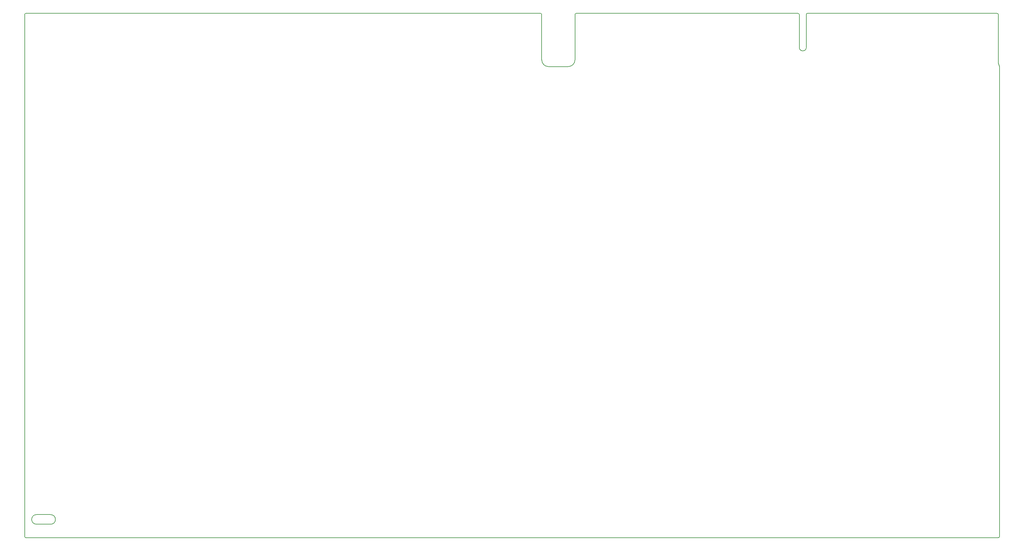
<source format=gbr>
%FSLAX34Y34*%
%MOMM*%
%LNOUTLINE*%
G71*
G01*
%ADD10C,0.150*%
%LPD*%
G54D10*
X2268537Y-85997D02*
X1645852Y-85997D01*
G54D10*
X2294742Y-85600D02*
X2826940Y-85997D01*
G54D10*
X2271712Y-89172D02*
X2271712Y-181247D01*
G54D10*
X2291567Y-88775D02*
X2291556Y-181247D01*
G54D10*
G75*
G01X2271712Y-89172D02*
G03X2268537Y-85997I-3175J0D01*
G01*
G54D10*
G75*
G01X2271734Y-181247D02*
G03X2291534Y-181247I9900J0D01*
G01*
G54D10*
G75*
G01X2294742Y-85600D02*
G03X2291567Y-88775I0J-3175D01*
G01*
G54D10*
G75*
G01X2830115Y-89172D02*
G03X2826940Y-85997I-3175J0D01*
G01*
G54D10*
G75*
G01X1645852Y-85997D02*
G03X1642677Y-89172I0J-3175D01*
G01*
G54D10*
X2830115Y-89172D02*
X2830115Y-225697D01*
X2833290Y-235222D01*
X2833290Y-1553630D01*
G54D10*
G75*
G01X1549400Y-89172D02*
G03X1546225Y-85997I-3175J0D01*
G01*
G54D10*
X1546225Y-85997D02*
X102405Y-85997D01*
G54D10*
G75*
G01X102405Y-85997D02*
G03X99230Y-89172I0J-3175D01*
G01*
G54D10*
G75*
G01X99230Y-1553630D02*
G03X102405Y-1556805I3175J0D01*
G01*
G54D10*
G75*
G01X2830115Y-1556805D02*
G03X2833290Y-1553630I0J3175D01*
G01*
G54D10*
X2830115Y-1556805D02*
X102405Y-1556805D01*
G54D10*
X1642677Y-89172D02*
X1642677Y-216172D01*
G54D10*
G75*
G01X1623627Y-235222D02*
G03X1642677Y-216172I0J19050D01*
G01*
G54D10*
G75*
G01X1549422Y-216172D02*
G03X1568472Y-235222I19050J0D01*
G01*
G54D10*
X1549400Y-89172D02*
X1549400Y-216150D01*
X1549422Y-216172D01*
G54D10*
X1568472Y-235222D02*
X1623627Y-235222D01*
G54D10*
X99230Y-89172D02*
X99230Y-1553630D01*
G54D10*
G75*
G01X132435Y-1492282D02*
G03X132435Y-1519282I0J-13500D01*
G01*
G54D10*
G75*
G01X172067Y-1519282D02*
G03X172067Y-1492282I0J13500D01*
G01*
G54D10*
X132435Y-1492282D02*
X172067Y-1492282D01*
G54D10*
X132435Y-1519282D02*
X172067Y-1519282D01*
M02*

</source>
